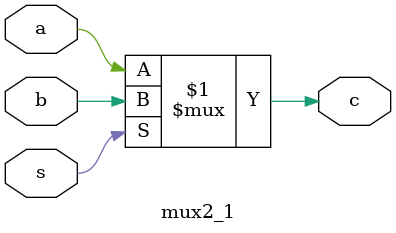
<source format=v>
module mux2_1 (
    input a,
    input b,
    input s,
    output c
);
    
    assign c = s ? b : a;

endmodule
</source>
